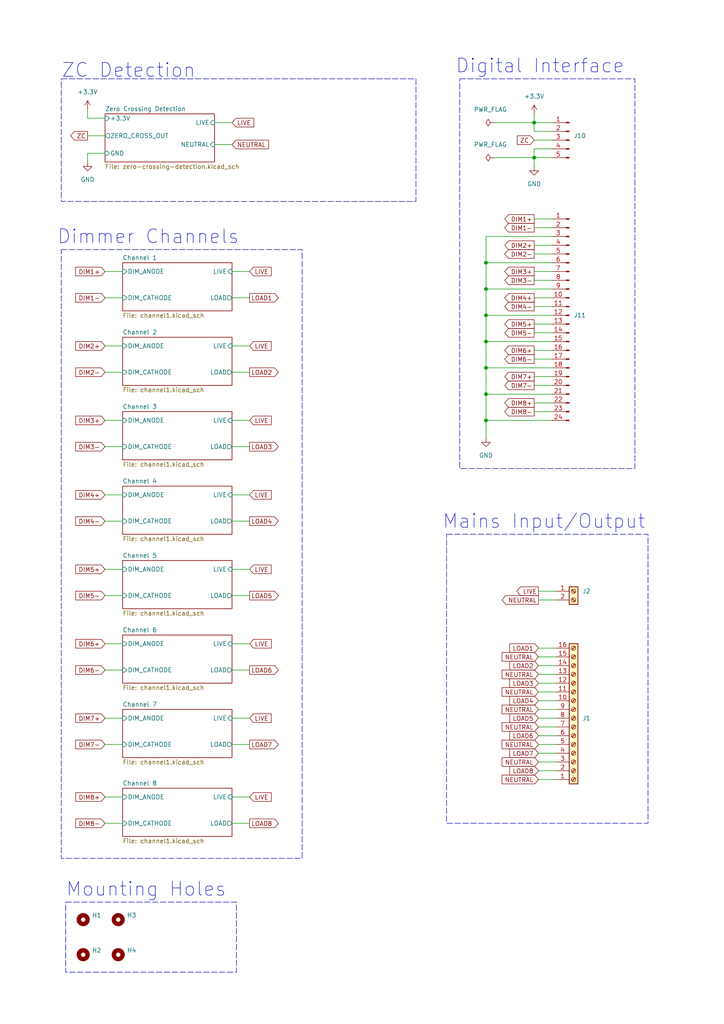
<source format=kicad_sch>
(kicad_sch (version 20230121) (generator eeschema)
  (paper "A4" portrait)
  (lib_symbols
    (symbol "Connector:Conn_01x05_Pin" (pin_names (offset 1.016) hide)
      (property "Reference" "J" (at 0 7.62 0))
      (property "Value" "Conn_01x05_Pin" (at 0 -7.62 0))
      (symbol "Conn_01x05_Pin_1_1"
        (polyline (pts (xy 1.27 -5.08) (xy 0.8636 -5.08)) (stroke (width 0.1524)))
        (polyline (pts (xy 1.27 -2.54) (xy 0.8636 -2.54)) (stroke (width 0.1524)))
        (polyline (pts (xy 1.27 0) (xy 0.8636 0)) (stroke (width 0.1524)))
        (polyline (pts (xy 1.27 2.54) (xy 0.8636 2.54)) (stroke (width 0.1524)))
        (polyline (pts (xy 1.27 5.08) (xy 0.8636 5.08)) (stroke (width 0.1524)))
        (rectangle (start 0.8636 -4.953) (end 0 -5.207) (stroke (width 0.1524)) (fill (type outline)))
        (rectangle (start 0.8636 -2.413) (end 0 -2.667) (stroke (width 0.1524)) (fill (type outline)))
        (rectangle (start 0.8636 0.127) (end 0 -0.127) (stroke (width 0.1524)) (fill (type outline)))
        (rectangle (start 0.8636 2.667) (end 0 2.413) (stroke (width 0.1524)) (fill (type outline)))
        (rectangle (start 0.8636 5.207) (end 0 4.953) (stroke (width 0.1524)) (fill (type outline)))
        (pin passive line (at 5.08 5.08 180) (length 3.81) (name "Pin_1") (number "1"))
        (pin passive line (at 5.08 2.54 180) (length 3.81) (name "Pin_2") (number "2"))
        (pin passive line (at 5.08 0 180) (length 3.81) (name "Pin_3") (number "3"))
        (pin passive line (at 5.08 -2.54 180) (length 3.81) (name "Pin_4") (number "4"))
        (pin passive line (at 5.08 -5.08 180) (length 3.81) (name "Pin_5") (number "5"))
      )
    )
    (symbol "Connector:Conn_01x24_Pin" (pin_names (offset 1.016) hide)
      (property "Reference" "J" (at 0 30.48 0))
      (property "Value" "Conn_01x24_Pin" (at 0 -33.02 0))
      (symbol "Conn_01x24_Pin_1_1"
        (polyline (pts (xy 1.27 -30.48) (xy 0.8636 -30.48)) (stroke (width 0.1524)))
        (polyline (pts (xy 1.27 -27.94) (xy 0.8636 -27.94)) (stroke (width 0.1524)))
        (polyline (pts (xy 1.27 -25.4) (xy 0.8636 -25.4)) (stroke (width 0.1524)))
        (polyline (pts (xy 1.27 -22.86) (xy 0.8636 -22.86)) (stroke (width 0.1524)))
        (polyline (pts (xy 1.27 -20.32) (xy 0.8636 -20.32)) (stroke (width 0.1524)))
        (polyline (pts (xy 1.27 -17.78) (xy 0.8636 -17.78)) (stroke (width 0.1524)))
        (polyline (pts (xy 1.27 -15.24) (xy 0.8636 -15.24)) (stroke (width 0.1524)))
        (polyline (pts (xy 1.27 -12.7) (xy 0.8636 -12.7)) (stroke (width 0.1524)))
        (polyline (pts (xy 1.27 -10.16) (xy 0.8636 -10.16)) (stroke (width 0.1524)))
        (polyline (pts (xy 1.27 -7.62) (xy 0.8636 -7.62)) (stroke (width 0.1524)))
        (polyline (pts (xy 1.27 -5.08) (xy 0.8636 -5.08)) (stroke (width 0.1524)))
        (polyline (pts (xy 1.27 -2.54) (xy 0.8636 -2.54)) (stroke (width 0.1524)))
        (polyline (pts (xy 1.27 0) (xy 0.8636 0)) (stroke (width 0.1524)))
        (polyline (pts (xy 1.27 2.54) (xy 0.8636 2.54)) (stroke (width 0.1524)))
        (polyline (pts (xy 1.27 5.08) (xy 0.8636 5.08)) (stroke (width 0.1524)))
        (polyline (pts (xy 1.27 7.62) (xy 0.8636 7.62)) (stroke (width 0.1524)))
        (polyline (pts (xy 1.27 10.16) (xy 0.8636 10.16)) (stroke (width 0.1524)))
        (polyline (pts (xy 1.27 12.7) (xy 0.8636 12.7)) (stroke (width 0.1524)))
        (polyline (pts (xy 1.27 15.24) (xy 0.8636 15.24)) (stroke (width 0.1524)))
        (polyline (pts (xy 1.27 17.78) (xy 0.8636 17.78)) (stroke (width 0.1524)))
        (polyline (pts (xy 1.27 20.32) (xy 0.8636 20.32)) (stroke (width 0.1524)))
        (polyline (pts (xy 1.27 22.86) (xy 0.8636 22.86)) (stroke (width 0.1524)))
        (polyline (pts (xy 1.27 25.4) (xy 0.8636 25.4)) (stroke (width 0.1524)))
        (polyline (pts (xy 1.27 27.94) (xy 0.8636 27.94)) (stroke (width 0.1524)))
        (rectangle (start 0.8636 -30.353) (end 0 -30.607) (stroke (width 0.1524)) (fill (type outline)))
        (rectangle (start 0.8636 -27.813) (end 0 -28.067) (stroke (width 0.1524)) (fill (type outline)))
        (rectangle (start 0.8636 -25.273) (end 0 -25.527) (stroke (width 0.1524)) (fill (type outline)))
        (rectangle (start 0.8636 -22.733) (end 0 -22.987) (stroke (width 0.1524)) (fill (type outline)))
        (rectangle (start 0.8636 -20.193) (end 0 -20.447) (stroke (width 0.1524)) (fill (type outline)))
        (rectangle (start 0.8636 -17.653) (end 0 -17.907) (stroke (width 0.1524)) (fill (type outline)))
        (rectangle (start 0.8636 -15.113) (end 0 -15.367) (stroke (width 0.1524)) (fill (type outline)))
        (rectangle (start 0.8636 -12.573) (end 0 -12.827) (stroke (width 0.1524)) (fill (type outline)))
        (rectangle (start 0.8636 -10.033) (end 0 -10.287) (stroke (width 0.1524)) (fill (type outline)))
        (rectangle (start 0.8636 -7.493) (end 0 -7.747) (stroke (width 0.1524)) (fill (type outline)))
        (rectangle (start 0.8636 -4.953) (end 0 -5.207) (stroke (width 0.1524)) (fill (type outline)))
        (rectangle (start 0.8636 -2.413) (end 0 -2.667) (stroke (width 0.1524)) (fill (type outline)))
        (rectangle (start 0.8636 0.127) (end 0 -0.127) (stroke (width 0.1524)) (fill (type outline)))
        (rectangle (start 0.8636 2.667) (end 0 2.413) (stroke (width 0.1524)) (fill (type outline)))
        (rectangle (start 0.8636 5.207) (end 0 4.953) (stroke (width 0.1524)) (fill (type outline)))
        (rectangle (start 0.8636 7.747) (end 0 7.493) (stroke (width 0.1524)) (fill (type outline)))
        (rectangle (start 0.8636 10.287) (end 0 10.033) (stroke (width 0.1524)) (fill (type outline)))
        (rectangle (start 0.8636 12.827) (end 0 12.573) (stroke (width 0.1524)) (fill (type outline)))
        (rectangle (start 0.8636 15.367) (end 0 15.113) (stroke (width 0.1524)) (fill (type outline)))
        (rectangle (start 0.8636 17.907) (end 0 17.653) (stroke (width 0.1524)) (fill (type outline)))
        (rectangle (start 0.8636 20.447) (end 0 20.193) (stroke (width 0.1524)) (fill (type outline)))
        (rectangle (start 0.8636 22.987) (end 0 22.733) (stroke (width 0.1524)) (fill (type outline)))
        (rectangle (start 0.8636 25.527) (end 0 25.273) (stroke (width 0.1524)) (fill (type outline)))
        (rectangle (start 0.8636 28.067) (end 0 27.813) (stroke (width 0.1524)) (fill (type outline)))
        (pin passive line (at 5.08 27.94 180) (length 3.81) (name "Pin_1") (number "1"))
        (pin passive line (at 5.08 5.08 180) (length 3.81) (name "Pin_10") (number "10"))
        (pin passive line (at 5.08 2.54 180) (length 3.81) (name "Pin_11") (number "11"))
        (pin passive line (at 5.08 0 180) (length 3.81) (name "Pin_12") (number "12"))
        (pin passive line (at 5.08 -2.54 180) (length 3.81) (name "Pin_13") (number "13"))
        (pin passive line (at 5.08 -5.08 180) (length 3.81) (name "Pin_14") (number "14"))
        (pin passive line (at 5.08 -7.62 180) (length 3.81) (name "Pin_15") (number "15"))
        (pin passive line (at 5.08 -10.16 180) (length 3.81) (name "Pin_16") (number "16"))
        (pin passive line (at 5.08 -12.7 180) (length 3.81) (name "Pin_17") (number "17"))
        (pin passive line (at 5.08 -15.24 180) (length 3.81) (name "Pin_18") (number "18"))
        (pin passive line (at 5.08 -17.78 180) (length 3.81) (name "Pin_19") (number "19"))
        (pin passive line (at 5.08 25.4 180) (length 3.81) (name "Pin_2") (number "2"))
        (pin passive line (at 5.08 -20.32 180) (length 3.81) (name "Pin_20") (number "20"))
        (pin passive line (at 5.08 -22.86 180) (length 3.81) (name "Pin_21") (number "21"))
        (pin passive line (at 5.08 -25.4 180) (length 3.81) (name "Pin_22") (number "22"))
        (pin passive line (at 5.08 -27.94 180) (length 3.81) (name "Pin_23") (number "23"))
        (pin passive line (at 5.08 -30.48 180) (length 3.81) (name "Pin_24") (number "24"))
        (pin passive line (at 5.08 22.86 180) (length 3.81) (name "Pin_3") (number "3"))
        (pin passive line (at 5.08 20.32 180) (length 3.81) (name "Pin_4") (number "4"))
        (pin passive line (at 5.08 17.78 180) (length 3.81) (name "Pin_5") (number "5"))
        (pin passive line (at 5.08 15.24 180) (length 3.81) (name "Pin_6") (number "6"))
        (pin passive line (at 5.08 12.7 180) (length 3.81) (name "Pin_7") (number "7"))
        (pin passive line (at 5.08 10.16 180) (length 3.81) (name "Pin_8") (number "8"))
        (pin passive line (at 5.08 7.62 180) (length 3.81) (name "Pin_9") (number "9"))
      )
    )
    (symbol "Connector:Screw_Terminal_01x02" (pin_names (offset 1.016) hide)
      (property "Reference" "J" (at 0 2.54 0))
      (property "Value" "Screw_Terminal_01x02" (at 0 -5.08 0))
      (symbol "Screw_Terminal_01x02_1_1"
        (rectangle (start -1.27 1.27) (end 1.27 -3.81) (stroke (width 0.254)) (fill (type background)))
        (circle (center 0 -2.54) (radius 0.635) (stroke (width 0.1524)))
        (polyline (pts (xy -0.5334 -2.2098) (xy 0.3302 -3.048)) (stroke (width 0.1524)))
        (polyline (pts (xy -0.5334 0.3302) (xy 0.3302 -0.508)) (stroke (width 0.1524)))
        (polyline (pts (xy -0.3556 -2.032) (xy 0.508 -2.8702)) (stroke (width 0.1524)))
        (polyline (pts (xy -0.3556 0.508) (xy 0.508 -0.3302)) (stroke (width 0.1524)))
        (circle (center 0 0) (radius 0.635) (stroke (width 0.1524)))
        (pin passive line (at -5.08 0 0) (length 3.81) (name "Pin_1") (number "1"))
        (pin passive line (at -5.08 -2.54 0) (length 3.81) (name "Pin_2") (number "2"))
      )
    )
    (symbol "Connector:Screw_Terminal_01x16" (pin_names (offset 1.016) hide)
      (property "Reference" "J" (at 0 20.32 0))
      (property "Value" "Screw_Terminal_01x16" (at 0 -22.86 0))
      (symbol "Screw_Terminal_01x16_1_1"
        (rectangle (start -1.27 19.05) (end 1.27 -21.59) (stroke (width 0.254)) (fill (type background)))
        (circle (center 0 -20.32) (radius 0.635) (stroke (width 0.1524)))
        (circle (center 0 -17.78) (radius 0.635) (stroke (width 0.1524)))
        (circle (center 0 -15.24) (radius 0.635) (stroke (width 0.1524)))
        (circle (center 0 -12.7) (radius 0.635) (stroke (width 0.1524)))
        (circle (center 0 -10.16) (radius 0.635) (stroke (width 0.1524)))
        (circle (center 0 -7.62) (radius 0.635) (stroke (width 0.1524)))
        (circle (center 0 -5.08) (radius 0.635) (stroke (width 0.1524)))
        (circle (center 0 -2.54) (radius 0.635) (stroke (width 0.1524)))
        (polyline (pts (xy -0.5334 -19.9898) (xy 0.3302 -20.828)) (stroke (width 0.1524)))
        (polyline (pts (xy -0.5334 -17.4498) (xy 0.3302 -18.288)) (stroke (width 0.1524)))
        (polyline (pts (xy -0.5334 -14.9098) (xy 0.3302 -15.748)) (stroke (width 0.1524)))
        (polyline (pts (xy -0.5334 -12.3698) (xy 0.3302 -13.208)) (stroke (width 0.1524)))
        (polyline (pts (xy -0.5334 -9.8298) (xy 0.3302 -10.668)) (stroke (width 0.1524)))
        (polyline (pts (xy -0.5334 -7.2898) (xy 0.3302 -8.128)) (stroke (width 0.1524)))
        (polyline (pts (xy -0.5334 -4.7498) (xy 0.3302 -5.588)) (stroke (width 0.1524)))
        (polyline (pts (xy -0.5334 -2.2098) (xy 0.3302 -3.048)) (stroke (width 0.1524)))
        (polyline (pts (xy -0.5334 0.3302) (xy 0.3302 -0.508)) (stroke (width 0.1524)))
        (polyline (pts (xy -0.5334 2.8702) (xy 0.3302 2.032)) (stroke (width 0.1524)))
        (polyline (pts (xy -0.5334 5.4102) (xy 0.3302 4.572)) (stroke (width 0.1524)))
        (polyline (pts (xy -0.5334 7.9502) (xy 0.3302 7.112)) (stroke (width 0.1524)))
        (polyline (pts (xy -0.5334 10.4902) (xy 0.3302 9.652)) (stroke (width 0.1524)))
        (polyline (pts (xy -0.5334 13.0302) (xy 0.3302 12.192)) (stroke (width 0.1524)))
        (polyline (pts (xy -0.5334 15.5702) (xy 0.3302 14.732)) (stroke (width 0.1524)))
        (polyline (pts (xy -0.5334 18.1102) (xy 0.3302 17.272)) (stroke (width 0.1524)))
        (polyline (pts (xy -0.3556 -19.812) (xy 0.508 -20.6502)) (stroke (width 0.1524)))
        (polyline (pts (xy -0.3556 -17.272) (xy 0.508 -18.1102)) (stroke (width 0.1524)))
        (polyline (pts (xy -0.3556 -14.732) (xy 0.508 -15.5702)) (stroke (width 0.1524)))
        (polyline (pts (xy -0.3556 -12.192) (xy 0.508 -13.0302)) (stroke (width 0.1524)))
        (polyline (pts (xy -0.3556 -9.652) (xy 0.508 -10.4902)) (stroke (width 0.1524)))
        (polyline (pts (xy -0.3556 -7.112) (xy 0.508 -7.9502)) (stroke (width 0.1524)))
        (polyline (pts (xy -0.3556 -4.572) (xy 0.508 -5.4102)) (stroke (width 0.1524)))
        (polyline (pts (xy -0.3556 -2.032) (xy 0.508 -2.8702)) (stroke (width 0.1524)))
        (polyline (pts (xy -0.3556 0.508) (xy 0.508 -0.3302)) (stroke (width 0.1524)))
        (polyline (pts (xy -0.3556 3.048) (xy 0.508 2.2098)) (stroke (width 0.1524)))
        (polyline (pts (xy -0.3556 5.588) (xy 0.508 4.7498)) (stroke (width 0.1524)))
        (polyline (pts (xy -0.3556 8.128) (xy 0.508 7.2898)) (stroke (width 0.1524)))
        (polyline (pts (xy -0.3556 10.668) (xy 0.508 9.8298)) (stroke (width 0.1524)))
        (polyline (pts (xy -0.3556 13.208) (xy 0.508 12.3698)) (stroke (width 0.1524)))
        (polyline (pts (xy -0.3556 15.748) (xy 0.508 14.9098)) (stroke (width 0.1524)))
        (polyline (pts (xy -0.3556 18.288) (xy 0.508 17.4498)) (stroke (width 0.1524)))
        (circle (center 0 0) (radius 0.635) (stroke (width 0.1524)))
        (circle (center 0 2.54) (radius 0.635) (stroke (width 0.1524)))
        (circle (center 0 5.08) (radius 0.635) (stroke (width 0.1524)))
        (circle (center 0 7.62) (radius 0.635) (stroke (width 0.1524)))
        (circle (center 0 10.16) (radius 0.635) (stroke (width 0.1524)))
        (circle (center 0 12.7) (radius 0.635) (stroke (width 0.1524)))
        (circle (center 0 15.24) (radius 0.635) (stroke (width 0.1524)))
        (circle (center 0 17.78) (radius 0.635) (stroke (width 0.1524)))
        (pin passive line (at -5.08 17.78 0) (length 3.81) (name "Pin_1") (number "1"))
        (pin passive line (at -5.08 -5.08 0) (length 3.81) (name "Pin_10") (number "10"))
        (pin passive line (at -5.08 -7.62 0) (length 3.81) (name "Pin_11") (number "11"))
        (pin passive line (at -5.08 -10.16 0) (length 3.81) (name "Pin_12") (number "12"))
        (pin passive line (at -5.08 -12.7 0) (length 3.81) (name "Pin_13") (number "13"))
        (pin passive line (at -5.08 -15.24 0) (length 3.81) (name "Pin_14") (number "14"))
        (pin passive line (at -5.08 -17.78 0) (length 3.81) (name "Pin_15") (number "15"))
        (pin passive line (at -5.08 -20.32 0) (length 3.81) (name "Pin_16") (number "16"))
        (pin passive line (at -5.08 15.24 0) (length 3.81) (name "Pin_2") (number "2"))
        (pin passive line (at -5.08 12.7 0) (length 3.81) (name "Pin_3") (number "3"))
        (pin passive line (at -5.08 10.16 0) (length 3.81) (name "Pin_4") (number "4"))
        (pin passive line (at -5.08 7.62 0) (length 3.81) (name "Pin_5") (number "5"))
        (pin passive line (at -5.08 5.08 0) (length 3.81) (name "Pin_6") (number "6"))
        (pin passive line (at -5.08 2.54 0) (length 3.81) (name "Pin_7") (number "7"))
        (pin passive line (at -5.08 0 0) (length 3.81) (name "Pin_8") (number "8"))
        (pin passive line (at -5.08 -2.54 0) (length 3.81) (name "Pin_9") (number "9"))
      )
    )
    (symbol "Mechanical:MountingHole" (pin_names (offset 1.016))
      (property "Reference" "H" (at 0 5.08 0))
      (property "Value" "MountingHole" (at 0 3.175 0))
      (symbol "MountingHole_0_1"
        (circle (center 0 0) (radius 1.27) (stroke (width 1.27)))
      )
    )
    (symbol "power:+3.3V" (power) (pin_names (offset 0))
      (property "Value" "+3.3V" (at 0 3.556 0))
      (symbol "+3.3V_0_1"
        (polyline (pts (xy -0.762 1.27) (xy 0 2.54)))
        (polyline (pts (xy 0 0) (xy 0 2.54)))
        (polyline (pts (xy 0 2.54) (xy 0.762 1.27)))
      )
      (symbol "+3.3V_1_1"
        (pin power_in line (at 0 0 90) (length 0) hide (name "+3.3V") (number "1"))
      )
    )
    (symbol "power:GND" (power) (pin_names (offset 0))
      (property "Value" "GND" (at 0 -3.81 0))
      (symbol "GND_0_1"
        (polyline (pts (xy 0 0) (xy 0 -1.27) (xy 1.27 -1.27) (xy 0 -2.54) (xy -1.27 -1.27) (xy 0 -1.27)))
      )
      (symbol "GND_1_1"
        (pin power_in line (at 0 0 270) (length 0) hide (name "GND") (number "1"))
      )
    )
    (symbol "power:PWR_FLAG" (power) (pin_numbers hide) (pin_names (offset 0) hide)
      (property "Value" "PWR_FLAG" (at 0 3.81 0))
      (symbol "PWR_FLAG_0_0"
        (pin power_out line (at 0 0 90) (length 0) (name "pwr") (number "1"))
      )
      (symbol "PWR_FLAG_0_1"
        (polyline (pts (xy 0 0) (xy 0 1.27) (xy -1.016 1.905) (xy 0 2.54) (xy 1.016 1.905) (xy 0 1.27)))
      )
    )
  )
  (junction (at 140.97 91.44))
  (junction (at 154.94 45.72))
  (junction (at 140.97 99.06))
  (junction (at 140.97 114.3))
  (junction (at 140.97 106.68))
  (junction (at 154.94 35.56))
  (junction (at 140.97 83.82))
  (junction (at 140.97 121.92))
  (junction (at 140.97 76.2))
  (wire (pts (xy 140.97 106.68) (xy 160.02 106.68)))
  (wire (pts (xy 30.48 107.95) (xy 35.56 107.95)))
  (wire (pts (xy 143.51 35.56) (xy 154.94 35.56)))
  (wire (pts (xy 67.31 231.14) (xy 72.39 231.14)))
  (wire (pts (xy 154.94 111.76) (xy 160.02 111.76)))
  (wire (pts (xy 25.4 44.45) (xy 30.48 44.45)))
  (wire (pts (xy 67.31 215.9) (xy 72.39 215.9)))
  (wire (pts (xy 30.48 231.14) (xy 35.56 231.14)))
  (wire (pts (xy 156.21 190.5) (xy 161.29 190.5)))
  (wire (pts (xy 30.48 86.36) (xy 35.56 86.36)))
  (wire (pts (xy 25.4 39.37) (xy 30.48 39.37)))
  (wire (pts (xy 140.97 121.92) (xy 140.97 127)))
  (wire (pts (xy 30.48 172.72) (xy 35.56 172.72)))
  (wire (pts (xy 30.48 194.31) (xy 35.56 194.31)))
  (wire (pts (xy 25.4 31.75) (xy 25.4 34.29)))
  (wire (pts (xy 154.94 66.04) (xy 160.02 66.04)))
  (wire (pts (xy 67.31 172.72) (xy 72.39 172.72)))
  (wire (pts (xy 156.21 223.52) (xy 161.29 223.52)))
  (wire (pts (xy 156.21 203.2) (xy 161.29 203.2)))
  (wire (pts (xy 67.31 78.74) (xy 72.39 78.74)))
  (wire (pts (xy 30.48 208.28) (xy 35.56 208.28)))
  (wire (pts (xy 154.94 78.74) (xy 160.02 78.74)))
  (wire (pts (xy 62.23 35.56) (xy 67.31 35.56)))
  (wire (pts (xy 154.94 119.38) (xy 160.02 119.38)))
  (wire (pts (xy 140.97 68.58) (xy 140.97 76.2)))
  (wire (pts (xy 30.48 238.76) (xy 35.56 238.76)))
  (wire (pts (xy 140.97 99.06) (xy 140.97 106.68)))
  (wire (pts (xy 140.97 91.44) (xy 160.02 91.44)))
  (wire (pts (xy 67.31 186.69) (xy 72.39 186.69)))
  (wire (pts (xy 67.31 143.51) (xy 72.39 143.51)))
  (wire (pts (xy 30.48 186.69) (xy 35.56 186.69)))
  (wire (pts (xy 156.21 226.06) (xy 161.29 226.06)))
  (wire (pts (xy 30.48 151.13) (xy 35.56 151.13)))
  (wire (pts (xy 154.94 35.56) (xy 160.02 35.56)))
  (wire (pts (xy 154.94 109.22) (xy 160.02 109.22)))
  (wire (pts (xy 140.97 114.3) (xy 160.02 114.3)))
  (wire (pts (xy 156.21 220.98) (xy 161.29 220.98)))
  (wire (pts (xy 140.97 68.58) (xy 160.02 68.58)))
  (wire (pts (xy 154.94 88.9) (xy 160.02 88.9)))
  (wire (pts (xy 154.94 38.1) (xy 160.02 38.1)))
  (wire (pts (xy 156.21 171.45) (xy 161.29 171.45)))
  (wire (pts (xy 156.21 200.66) (xy 161.29 200.66)))
  (wire (pts (xy 67.31 165.1) (xy 72.39 165.1)))
  (wire (pts (xy 154.94 116.84) (xy 160.02 116.84)))
  (wire (pts (xy 140.97 76.2) (xy 160.02 76.2)))
  (wire (pts (xy 156.21 195.58) (xy 161.29 195.58)))
  (wire (pts (xy 67.31 129.54) (xy 72.39 129.54)))
  (wire (pts (xy 30.48 78.74) (xy 35.56 78.74)))
  (wire (pts (xy 140.97 106.68) (xy 140.97 114.3)))
  (wire (pts (xy 140.97 114.3) (xy 140.97 121.92)))
  (wire (pts (xy 30.48 129.54) (xy 35.56 129.54)))
  (wire (pts (xy 67.31 86.36) (xy 72.39 86.36)))
  (wire (pts (xy 67.31 208.28) (xy 72.39 208.28)))
  (wire (pts (xy 30.48 165.1) (xy 35.56 165.1)))
  (wire (pts (xy 140.97 76.2) (xy 140.97 83.82)))
  (wire (pts (xy 140.97 121.92) (xy 160.02 121.92)))
  (wire (pts (xy 67.31 151.13) (xy 72.39 151.13)))
  (wire (pts (xy 67.31 107.95) (xy 72.39 107.95)))
  (wire (pts (xy 154.94 43.18) (xy 154.94 45.72)))
  (wire (pts (xy 140.97 91.44) (xy 140.97 99.06)))
  (wire (pts (xy 30.48 121.92) (xy 35.56 121.92)))
  (wire (pts (xy 154.94 71.12) (xy 160.02 71.12)))
  (wire (pts (xy 154.94 104.14) (xy 160.02 104.14)))
  (wire (pts (xy 30.48 143.51) (xy 35.56 143.51)))
  (wire (pts (xy 156.21 218.44) (xy 161.29 218.44)))
  (wire (pts (xy 25.4 34.29) (xy 30.48 34.29)))
  (wire (pts (xy 140.97 99.06) (xy 160.02 99.06)))
  (wire (pts (xy 154.94 45.72) (xy 154.94 48.26)))
  (wire (pts (xy 143.51 45.72) (xy 154.94 45.72)))
  (wire (pts (xy 67.31 121.92) (xy 72.39 121.92)))
  (wire (pts (xy 154.94 45.72) (xy 160.02 45.72)))
  (wire (pts (xy 154.94 73.66) (xy 160.02 73.66)))
  (wire (pts (xy 156.21 210.82) (xy 161.29 210.82)))
  (wire (pts (xy 154.94 40.64) (xy 160.02 40.64)))
  (wire (pts (xy 154.94 96.52) (xy 160.02 96.52)))
  (wire (pts (xy 156.21 198.12) (xy 161.29 198.12)))
  (wire (pts (xy 154.94 35.56) (xy 154.94 38.1)))
  (wire (pts (xy 156.21 173.99) (xy 161.29 173.99)))
  (wire (pts (xy 62.23 41.91) (xy 67.31 41.91)))
  (wire (pts (xy 140.97 83.82) (xy 160.02 83.82)))
  (wire (pts (xy 30.48 215.9) (xy 35.56 215.9)))
  (wire (pts (xy 154.94 33.02) (xy 154.94 35.56)))
  (wire (pts (xy 154.94 86.36) (xy 160.02 86.36)))
  (wire (pts (xy 156.21 187.96) (xy 161.29 187.96)))
  (wire (pts (xy 154.94 63.5) (xy 160.02 63.5)))
  (wire (pts (xy 156.21 213.36) (xy 161.29 213.36)))
  (wire (pts (xy 30.48 100.33) (xy 35.56 100.33)))
  (wire (pts (xy 156.21 208.28) (xy 161.29 208.28)))
  (wire (pts (xy 25.4 44.45) (xy 25.4 46.99)))
  (wire (pts (xy 156.21 193.04) (xy 161.29 193.04)))
  (wire (pts (xy 156.21 205.74) (xy 161.29 205.74)))
  (wire (pts (xy 154.94 101.6) (xy 160.02 101.6)))
  (wire (pts (xy 67.31 100.33) (xy 72.39 100.33)))
  (wire (pts (xy 154.94 93.98) (xy 160.02 93.98)))
  (wire (pts (xy 67.31 238.76) (xy 72.39 238.76)))
  (wire (pts (xy 160.02 43.18) (xy 154.94 43.18)))
  (wire (pts (xy 67.31 194.31) (xy 72.39 194.31)))
  (wire (pts (xy 154.94 81.28) (xy 160.02 81.28)))
  (wire (pts (xy 140.97 83.82) (xy 140.97 91.44)))
  (wire (pts (xy 156.21 215.9) (xy 161.29 215.9)))
  (rectangle (start 17.78 72.39) (end 87.63 248.92) (stroke (width 0) (type dash)))
  (rectangle (start 19.05 261.62) (end 68.58 281.94) (stroke (width 0) (type dash)))
  (rectangle (start 133.35 22.86) (end 184.15 135.89) (stroke (width 0) (type dash)))
  (rectangle (start 129.54 154.94) (end 187.96 238.76) (stroke (width 0) (type dash)))
  (rectangle (start 17.78 22.86) (end 120.65 58.42) (stroke (width 0) (type dash)))
  (text "Digital Interface" (at 132.08 21.59 0) (effects (font (size 4 4)) (justify left bottom)))
  (text "Mounting Holes" (at 19.05 260.35 0) (effects (font (size 4 4)) (justify left bottom)))
  (text "Dimmer Channels" (at 16.51 71.12 0) (effects (font (size 4 4)) (justify left bottom)))
  (text "Mains Input/Output" (at 128.27 153.67 0) (effects (font (size 4 4)) (justify left bottom)))
  (text "ZC Detection" (at 17.78 22.86 0) (effects (font (size 4 4)) (justify left bottom)))
  (global_label "DIM4+" (shape output) (at 154.94 86.36 180) (property "Intersheetrefs" "${INTERSHEET_REFS}" (effects hide)))
  (global_label "ZC" (shape input) (at 154.94 40.64 180) (property "Intersheetrefs" "${INTERSHEET_REFS}" (effects hide)))
  (global_label "DIM1-" (shape input) (at 30.48 86.36 180) (property "Intersheetrefs" "${INTERSHEET_REFS}" (effects hide)))
  (global_label "DIM4-" (shape output) (at 154.94 88.9 180) (property "Intersheetrefs" "${INTERSHEET_REFS}" (effects hide)))
  (global_label "LIVE" (shape input) (at 72.39 165.1 0) (property "Intersheetrefs" "${INTERSHEET_REFS}" (effects hide)))
  (global_label "DIM2-" (shape input) (at 30.48 107.95 180) (property "Intersheetrefs" "${INTERSHEET_REFS}" (effects hide)))
  (global_label "LOAD8" (shape output) (at 72.39 238.76 0) (property "Intersheetrefs" "${INTERSHEET_REFS}" (effects hide)))
  (global_label "NEUTRAL" (shape input) (at 156.21 220.98 180) (property "Intersheetrefs" "${INTERSHEET_REFS}" (effects hide)))
  (global_label "LOAD6" (shape output) (at 72.39 194.31 0) (property "Intersheetrefs" "${INTERSHEET_REFS}" (effects hide)))
  (global_label "LOAD3" (shape input) (at 156.21 198.12 180) (property "Intersheetrefs" "${INTERSHEET_REFS}" (effects hide)))
  (global_label "NEUTRAL" (shape input) (at 156.21 226.06 180) (property "Intersheetrefs" "${INTERSHEET_REFS}" (effects hide)))
  (global_label "LIVE" (shape input) (at 72.39 208.28 0) (property "Intersheetrefs" "${INTERSHEET_REFS}" (effects hide)))
  (global_label "LOAD4" (shape output) (at 72.39 151.13 0) (property "Intersheetrefs" "${INTERSHEET_REFS}" (effects hide)))
  (global_label "DIM8+" (shape input) (at 30.48 231.14 180) (property "Intersheetrefs" "${INTERSHEET_REFS}" (effects hide)))
  (global_label "LIVE" (shape input) (at 72.39 100.33 0) (property "Intersheetrefs" "${INTERSHEET_REFS}" (effects hide)))
  (global_label "DIM7-" (shape input) (at 30.48 215.9 180) (property "Intersheetrefs" "${INTERSHEET_REFS}" (effects hide)))
  (global_label "LOAD1" (shape input) (at 156.21 187.96 180) (property "Intersheetrefs" "${INTERSHEET_REFS}" (effects hide)))
  (global_label "DIM6+" (shape output) (at 154.94 101.6 180) (property "Intersheetrefs" "${INTERSHEET_REFS}" (effects hide)))
  (global_label "DIM3-" (shape input) (at 30.48 129.54 180) (property "Intersheetrefs" "${INTERSHEET_REFS}" (effects hide)))
  (global_label "NEUTRAL" (shape output) (at 156.21 173.99 180) (property "Intersheetrefs" "${INTERSHEET_REFS}" (effects hide)))
  (global_label "ZC" (shape output) (at 25.4 39.37 180) (property "Intersheetrefs" "${INTERSHEET_REFS}" (effects hide)))
  (global_label "DIM2-" (shape output) (at 154.94 73.66 180) (property "Intersheetrefs" "${INTERSHEET_REFS}" (effects hide)))
  (global_label "DIM7+" (shape output) (at 154.94 109.22 180) (property "Intersheetrefs" "${INTERSHEET_REFS}" (effects hide)))
  (global_label "LOAD6" (shape input) (at 156.21 213.36 180) (property "Intersheetrefs" "${INTERSHEET_REFS}" (effects hide)))
  (global_label "DIM3+" (shape input) (at 30.48 121.92 180) (property "Intersheetrefs" "${INTERSHEET_REFS}" (effects hide)))
  (global_label "DIM5-" (shape output) (at 154.94 96.52 180) (property "Intersheetrefs" "${INTERSHEET_REFS}" (effects hide)))
  (global_label "DIM8-" (shape input) (at 30.48 238.76 180) (property "Intersheetrefs" "${INTERSHEET_REFS}" (effects hide)))
  (global_label "DIM2+" (shape input) (at 30.48 100.33 180) (property "Intersheetrefs" "${INTERSHEET_REFS}" (effects hide)))
  (global_label "NEUTRAL" (shape input) (at 156.21 205.74 180) (property "Intersheetrefs" "${INTERSHEET_REFS}" (effects hide)))
  (global_label "DIM7+" (shape input) (at 30.48 208.28 180) (property "Intersheetrefs" "${INTERSHEET_REFS}" (effects hide)))
  (global_label "NEUTRAL" (shape input) (at 67.31 41.91 0) (property "Intersheetrefs" "${INTERSHEET_REFS}" (effects hide)))
  (global_label "LOAD7" (shape output) (at 72.39 215.9 0) (property "Intersheetrefs" "${INTERSHEET_REFS}" (effects hide)))
  (global_label "NEUTRAL" (shape input) (at 156.21 210.82 180) (property "Intersheetrefs" "${INTERSHEET_REFS}" (effects hide)))
  (global_label "DIM6-" (shape input) (at 30.48 194.31 180) (property "Intersheetrefs" "${INTERSHEET_REFS}" (effects hide)))
  (global_label "DIM3-" (shape output) (at 154.94 81.28 180) (property "Intersheetrefs" "${INTERSHEET_REFS}" (effects hide)))
  (global_label "LIVE" (shape input) (at 72.39 186.69 0) (property "Intersheetrefs" "${INTERSHEET_REFS}" (effects hide)))
  (global_label "LOAD7" (shape input) (at 156.21 218.44 180) (property "Intersheetrefs" "${INTERSHEET_REFS}" (effects hide)))
  (global_label "LOAD5" (shape input) (at 156.21 208.28 180) (property "Intersheetrefs" "${INTERSHEET_REFS}" (effects hide)))
  (global_label "LIVE" (shape output) (at 156.21 171.45 180) (property "Intersheetrefs" "${INTERSHEET_REFS}" (effects hide)))
  (global_label "LIVE" (shape input) (at 72.39 231.14 0) (property "Intersheetrefs" "${INTERSHEET_REFS}" (effects hide)))
  (global_label "LOAD2" (shape input) (at 156.21 193.04 180) (property "Intersheetrefs" "${INTERSHEET_REFS}" (effects hide)))
  (global_label "LIVE" (shape input) (at 67.31 35.56 0) (property "Intersheetrefs" "${INTERSHEET_REFS}" (effects hide)))
  (global_label "NEUTRAL" (shape input) (at 156.21 190.5 180) (property "Intersheetrefs" "${INTERSHEET_REFS}" (effects hide)))
  (global_label "DIM6+" (shape input) (at 30.48 186.69 180) (property "Intersheetrefs" "${INTERSHEET_REFS}" (effects hide)))
  (global_label "LOAD1" (shape output) (at 72.39 86.36 0) (property "Intersheetrefs" "${INTERSHEET_REFS}" (effects hide)))
  (global_label "LIVE" (shape input) (at 72.39 121.92 0) (property "Intersheetrefs" "${INTERSHEET_REFS}" (effects hide)))
  (global_label "LOAD2" (shape output) (at 72.39 107.95 0) (property "Intersheetrefs" "${INTERSHEET_REFS}" (effects hide)))
  (global_label "LOAD5" (shape output) (at 72.39 172.72 0) (property "Intersheetrefs" "${INTERSHEET_REFS}" (effects hide)))
  (global_label "NEUTRAL" (shape input) (at 156.21 200.66 180) (property "Intersheetrefs" "${INTERSHEET_REFS}" (effects hide)))
  (global_label "DIM7-" (shape output) (at 154.94 111.76 180) (property "Intersheetrefs" "${INTERSHEET_REFS}" (effects hide)))
  (global_label "DIM8+" (shape output) (at 154.94 116.84 180) (property "Intersheetrefs" "${INTERSHEET_REFS}" (effects hide)))
  (global_label "DIM1-" (shape output) (at 154.94 66.04 180) (property "Intersheetrefs" "${INTERSHEET_REFS}" (effects hide)))
  (global_label "LOAD4" (shape input) (at 156.21 203.2 180) (property "Intersheetrefs" "${INTERSHEET_REFS}" (effects hide)))
  (global_label "DIM5+" (shape output) (at 154.94 93.98 180) (property "Intersheetrefs" "${INTERSHEET_REFS}" (effects hide)))
  (global_label "NEUTRAL" (shape input) (at 156.21 215.9 180) (property "Intersheetrefs" "${INTERSHEET_REFS}" (effects hide)))
  (global_label "DIM6-" (shape output) (at 154.94 104.14 180) (property "Intersheetrefs" "${INTERSHEET_REFS}" (effects hide)))
  (global_label "DIM1+" (shape output) (at 154.94 63.5 180) (property "Intersheetrefs" "${INTERSHEET_REFS}" (effects hide)))
  (global_label "NEUTRAL" (shape input) (at 156.21 195.58 180) (property "Intersheetrefs" "${INTERSHEET_REFS}" (effects hide)))
  (global_label "DIM4+" (shape input) (at 30.48 143.51 180) (property "Intersheetrefs" "${INTERSHEET_REFS}" (effects hide)))
  (global_label "DIM2+" (shape output) (at 154.94 71.12 180) (property "Intersheetrefs" "${INTERSHEET_REFS}" (effects hide)))
  (global_label "LOAD8" (shape input) (at 156.21 223.52 180) (property "Intersheetrefs" "${INTERSHEET_REFS}" (effects hide)))
  (global_label "LIVE" (shape input) (at 72.39 143.51 0) (property "Intersheetrefs" "${INTERSHEET_REFS}" (effects hide)))
  (global_label "DIM5+" (shape input) (at 30.48 165.1 180) (property "Intersheetrefs" "${INTERSHEET_REFS}" (effects hide)))
  (global_label "LOAD3" (shape output) (at 72.39 129.54 0) (property "Intersheetrefs" "${INTERSHEET_REFS}" (effects hide)))
  (global_label "LIVE" (shape input) (at 72.39 78.74 0) (property "Intersheetrefs" "${INTERSHEET_REFS}" (effects hide)))
  (global_label "DIM1+" (shape input) (at 30.48 78.74 180) (property "Intersheetrefs" "${INTERSHEET_REFS}" (effects hide)))
  (global_label "DIM4-" (shape input) (at 30.48 151.13 180) (property "Intersheetrefs" "${INTERSHEET_REFS}" (effects hide)))
  (global_label "DIM8-" (shape output) (at 154.94 119.38 180) (property "Intersheetrefs" "${INTERSHEET_REFS}" (effects hide)))
  (global_label "DIM3+" (shape output) (at 154.94 78.74 180) (property "Intersheetrefs" "${INTERSHEET_REFS}" (effects hide)))
  (global_label "DIM5-" (shape input) (at 30.48 172.72 180) (property "Intersheetrefs" "${INTERSHEET_REFS}" (effects hide)))
  (symbol (lib_id "power:+3.3V") (at 25.4 31.75 0) (unit 1)
    (property "Reference" "#PWR01" (effects hide))
    (property "Value" "+3.3V" (at 25.4 26.67 0))
  )
  (symbol (lib_id "power:GND") (at 154.94 48.26 0) (unit 1)
    (property "Reference" "#PWR05" (effects hide))
    (property "Value" "GND" (at 154.94 53.34 0))
  )
  (symbol (lib_id "power:PWR_FLAG") (at 143.51 35.56 90) (unit 1)
    (property "Reference" "#FLG01" (effects hide))
    (property "Value" "PWR_FLAG" (at 142.24 31.75 90))
  )
  (symbol (lib_id "power:PWR_FLAG") (at 143.51 45.72 90) (unit 1)
    (property "Reference" "#FLG02" (effects hide))
    (property "Value" "PWR_FLAG" (at 142.24 41.91 90))
  )
  (symbol (lib_id "power:GND") (at 140.97 127 0) (unit 1)
    (property "Reference" "#PWR03" (effects hide))
    (property "Value" "GND" (at 140.97 132.08 0))
  )
  (symbol (lib_id "power:GND") (at 25.4 46.99 0) (unit 1)
    (property "Reference" "#PWR02" (effects hide))
    (property "Value" "GND" (at 25.4 52.07 0))
  )
  (symbol (lib_id "Mechanical:MountingHole") (at 24.13 276.86 0) (unit 1)
    (property "Reference" "H2" (at 26.67 275.59 0) (effects (justify left)))
    (property "Value" "MountingHole" (effects hide))
    (property "Footprint" "MountingHole:MountingHole_2.7mm_M2.5_ISO7380" (effects hide))
  )
  (symbol (lib_id "Mechanical:MountingHole") (at 34.29 276.86 0) (unit 1)
    (property "Reference" "H4" (at 36.83 275.59 0) (effects (justify left)))
    (property "Value" "MountingHole" (effects hide))
    (property "Footprint" "MountingHole:MountingHole_2.7mm_M2.5_ISO7380" (effects hide))
  )
  (symbol (lib_id "Connector:Conn_01x05_Pin") (at 165.1 40.64 0) (mirror y) (unit 1)
    (property "Reference" "J10" (at 166.37 39.37 0) (effects (justify right)))
    (property "Value" "Conn_01x05_Pin" (effects hide))
    (property "Footprint" "Connector_PinHeader_2.54mm:PinHeader_1x05_P2.54mm_Vertical" (effects hide))
  )
  (symbol (lib_id "Connector:Screw_Terminal_01x02") (at 166.37 171.45 0) (unit 1)
    (property "Reference" "J2" (at 168.91 171.45 0) (effects (justify left)))
    (property "Value" "Screw_Terminal_01x02" (effects hide))
    (property "Footprint" "TerminalBlock_Phoenix:TerminalBlock_Phoenix_MKDS-1,5-2-5.08_1x02_P5.08mm_Horizontal" (effects hide))
  )
  (symbol (lib_id "Connector:Conn_01x24_Pin") (at 165.1 91.44 0) (mirror y) (unit 1)
    (property "Reference" "J11" (at 166.37 91.44 0) (effects (justify right)))
    (property "Value" "Conn_01x24_Pin" (effects hide))
    (property "Footprint" "Connector_PinHeader_2.54mm:PinHeader_1x24_P2.54mm_Vertical" (effects hide))
  )
  (symbol (lib_id "Connector:Screw_Terminal_01x16") (at 166.37 208.28 0) (mirror x) (unit 1)
    (property "Reference" "J1" (at 168.91 208.28 0) (effects (justify left)))
    (property "Value" "Screw_Terminal_01x16" (effects hide))
    (property "Footprint" "TerminalBlock_Phoenix:TerminalBlock_Phoenix_MKDS-1,5-16-5.08_1x16_P5.08mm_Horizontal" (effects hide))
  )
  (symbol (lib_id "power:+3.3V") (at 154.94 33.02 0) (unit 1)
    (property "Reference" "#PWR04" (effects hide))
    (property "Value" "+3.3V" (at 154.94 27.94 0))
  )
  (symbol (lib_id "Mechanical:MountingHole") (at 24.13 266.7 0) (unit 1)
    (property "Reference" "H1" (at 26.67 265.43 0) (effects (justify left)))
    (property "Value" "MountingHole" (effects hide))
    (property "Footprint" "MountingHole:MountingHole_2.7mm_M2.5_ISO7380" (effects hide))
  )
  (symbol (lib_id "Mechanical:MountingHole") (at 34.29 266.7 0) (unit 1)
    (property "Reference" "H3" (at 36.83 265.43 0) (effects (justify left)))
    (property "Value" "MountingHole" (effects hide))
    (property "Footprint" "MountingHole:MountingHole_2.7mm_M2.5_ISO7380" (effects hide))
  )
  (sheet (at 35.56 228.6) (size 31.75 13.97) (stroke (width 0.1524))
    (property "Sheetname" "Channel 8" (at 35.56 227.8884 0) (effects (justify left bottom)))
    (property "Sheetfile" "channel1.kicad_sch" (at 35.56 243.1546 0) (effects (justify left top)))
    (pin "DIM_CATHODE" input (at 35.56 238.76 180))
    (pin "DIM_ANODE" input (at 35.56 231.14 180))
    (pin "LOAD" output (at 67.31 238.76 0))
    (pin "LIVE" input (at 67.31 231.14 0))
  )
  (sheet (at 35.56 97.79) (size 31.75 13.97) (stroke (width 0.1524))
    (property "Sheetname" "Channel 2" (at 35.56 97.0784 0) (effects (justify left bottom)))
    (property "Sheetfile" "channel1.kicad_sch" (at 35.56 112.3446 0) (effects (justify left top)))
    (pin "DIM_CATHODE" input (at 35.56 107.95 180))
    (pin "DIM_ANODE" input (at 35.56 100.33 180))
    (pin "LOAD" output (at 67.31 107.95 0))
    (pin "LIVE" input (at 67.31 100.33 0))
  )
  (sheet (at 35.56 119.38) (size 31.75 13.97) (stroke (width 0.1524))
    (property "Sheetname" "Channel 3" (at 35.56 118.6684 0) (effects (justify left bottom)))
    (property "Sheetfile" "channel1.kicad_sch" (at 35.56 133.9346 0) (effects (justify left top)))
    (pin "DIM_CATHODE" input (at 35.56 129.54 180))
    (pin "DIM_ANODE" input (at 35.56 121.92 180))
    (pin "LOAD" output (at 67.31 129.54 0))
    (pin "LIVE" input (at 67.31 121.92 0))
  )
  (sheet (at 35.56 140.97) (size 31.75 13.97) (stroke (width 0.1524))
    (property "Sheetname" "Channel 4" (at 35.56 140.2584 0) (effects (justify left bottom)))
    (property "Sheetfile" "channel1.kicad_sch" (at 35.56 155.5246 0) (effects (justify left top)))
    (pin "DIM_CATHODE" input (at 35.56 151.13 180))
    (pin "DIM_ANODE" input (at 35.56 143.51 180))
    (pin "LOAD" output (at 67.31 151.13 0))
    (pin "LIVE" input (at 67.31 143.51 0))
  )
  (sheet (at 30.48 33.02) (size 31.75 13.97) (stroke (width 0.1524))
    (property "Sheetname" "Zero Crossing Detection" (at 30.48 32.3084 0) (effects (justify left bottom)))
    (property "Sheetfile" "zero-crossing-detection.kicad_sch" (at 30.48 47.5746 0) (effects (justify left top)))
    (pin "LIVE" input (at 62.23 35.56 0))
    (pin "NEUTRAL" input (at 62.23 41.91 0))
    (pin "ZERO_CROSS_OUT" output (at 30.48 39.37 180))
    (pin "GND" input (at 30.48 44.45 180))
    (pin "+3.3V" input (at 30.48 34.29 180))
  )
  (sheet (at 35.56 184.15) (size 31.75 13.97) (stroke (width 0.1524))
    (property "Sheetname" "Channel 6" (at 35.56 183.4384 0) (effects (justify left bottom)))
    (property "Sheetfile" "channel1.kicad_sch" (at 35.56 198.7046 0) (effects (justify left top)))
    (pin "DIM_CATHODE" input (at 35.56 194.31 180))
    (pin "DIM_ANODE" input (at 35.56 186.69 180))
    (pin "LOAD" output (at 67.31 194.31 0))
    (pin "LIVE" input (at 67.31 186.69 0))
  )
  (sheet (at 35.56 205.74) (size 31.75 13.97) (stroke (width 0.1524))
    (property "Sheetname" "Channel 7" (at 35.56 205.0284 0) (effects (justify left bottom)))
    (property "Sheetfile" "channel1.kicad_sch" (at 35.56 220.2946 0) (effects (justify left top)))
    (pin "DIM_CATHODE" input (at 35.56 215.9 180))
    (pin "DIM_ANODE" input (at 35.56 208.28 180))
    (pin "LOAD" output (at 67.31 215.9 0))
    (pin "LIVE" input (at 67.31 208.28 0))
  )
  (sheet (at 35.56 76.2) (size 31.75 13.97) (stroke (width 0.1524))
    (property "Sheetname" "Channel 1" (at 35.56 75.4884 0) (effects (justify left bottom)))
    (property "Sheetfile" "channel1.kicad_sch" (at 35.56 90.7546 0) (effects (justify left top)))
    (pin "DIM_CATHODE" input (at 35.56 86.36 180))
    (pin "DIM_ANODE" input (at 35.56 78.74 180))
    (pin "LOAD" output (at 67.31 86.36 0))
    (pin "LIVE" input (at 67.31 78.74 0))
  )
  (sheet (at 35.56 162.56) (size 31.75 13.97) (stroke (width 0.1524))
    (property "Sheetname" "Channel 5" (at 35.56 161.8484 0) (effects (justify left bottom)))
    (property "Sheetfile" "channel1.kicad_sch" (at 35.56 177.1146 0) (effects (justify left top)))
    (pin "DIM_CATHODE" input (at 35.56 172.72 180))
    (pin "DIM_ANODE" input (at 35.56 165.1 180))
    (pin "LOAD" output (at 67.31 172.72 0))
    (pin "LIVE" input (at 67.31 165.1 0))
  )
)
</source>
